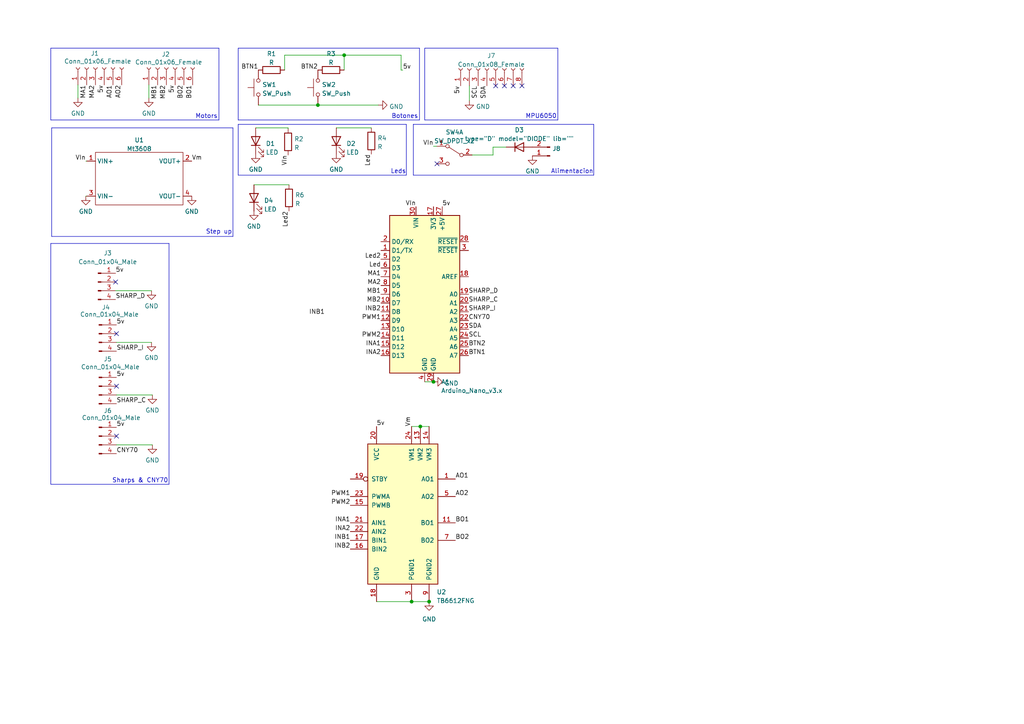
<source format=kicad_sch>
(kicad_sch (version 20230121) (generator eeschema)
  (paper "A4")
  (lib_symbols
    (symbol "Connector:Conn_01x02_Male" (pin_names (offset 1.016) hide)
      (property "Reference" "J" (at 0 2.54 0))
      (property "Value" "Conn_01x02_Male" (at 0 -5.08 0))
      (symbol "Conn_01x02_Male_1_1"
        (polyline (pts (xy 1.27 -2.54) (xy 0.8636 -2.54)) (stroke (width 0.1524)))
        (polyline (pts (xy 1.27 0) (xy 0.8636 0)) (stroke (width 0.1524)))
        (rectangle (start 0.8636 -2.413) (end 0 -2.667) (stroke (width 0.1524)) (fill (type outline)))
        (rectangle (start 0.8636 0.127) (end 0 -0.127) (stroke (width 0.1524)) (fill (type outline)))
        (pin passive line (at 5.08 0 180) (length 3.81) (name "Pin_1") (number "1"))
        (pin passive line (at 5.08 -2.54 180) (length 3.81) (name "Pin_2") (number "2"))
      )
    )
    (symbol "Connector:Conn_01x04_Male" (pin_names (offset 1.016) hide)
      (property "Reference" "J" (at 0 5.08 0))
      (property "Value" "Conn_01x04_Male" (at 0 -7.62 0))
      (symbol "Conn_01x04_Male_1_1"
        (polyline (pts (xy 1.27 -5.08) (xy 0.8636 -5.08)) (stroke (width 0.1524)))
        (polyline (pts (xy 1.27 -2.54) (xy 0.8636 -2.54)) (stroke (width 0.1524)))
        (polyline (pts (xy 1.27 0) (xy 0.8636 0)) (stroke (width 0.1524)))
        (polyline (pts (xy 1.27 2.54) (xy 0.8636 2.54)) (stroke (width 0.1524)))
        (rectangle (start 0.8636 -4.953) (end 0 -5.207) (stroke (width 0.1524)) (fill (type outline)))
        (rectangle (start 0.8636 -2.413) (end 0 -2.667) (stroke (width 0.1524)) (fill (type outline)))
        (rectangle (start 0.8636 0.127) (end 0 -0.127) (stroke (width 0.1524)) (fill (type outline)))
        (rectangle (start 0.8636 2.667) (end 0 2.413) (stroke (width 0.1524)) (fill (type outline)))
        (pin passive line (at 5.08 2.54 180) (length 3.81) (name "Pin_1") (number "1"))
        (pin passive line (at 5.08 0 180) (length 3.81) (name "Pin_2") (number "2"))
        (pin passive line (at 5.08 -2.54 180) (length 3.81) (name "Pin_3") (number "3"))
        (pin passive line (at 5.08 -5.08 180) (length 3.81) (name "Pin_4") (number "4"))
      )
    )
    (symbol "Connector:Conn_01x06_Female" (pin_names (offset 1.016) hide)
      (property "Reference" "J" (at 0 7.62 0))
      (property "Value" "Conn_01x06_Female" (at 0 -10.16 0))
      (symbol "Conn_01x06_Female_1_1"
        (arc (start 0 -7.112) (mid -0.5058 -7.62) (end 0 -8.128) (stroke (width 0.1524)))
        (arc (start 0 -4.572) (mid -0.5058 -5.08) (end 0 -5.588) (stroke (width 0.1524)))
        (arc (start 0 -2.032) (mid -0.5058 -2.54) (end 0 -3.048) (stroke (width 0.1524)))
        (polyline (pts (xy -1.27 -7.62) (xy -0.508 -7.62)) (stroke (width 0.1524)))
        (polyline (pts (xy -1.27 -5.08) (xy -0.508 -5.08)) (stroke (width 0.1524)))
        (polyline (pts (xy -1.27 -2.54) (xy -0.508 -2.54)) (stroke (width 0.1524)))
        (polyline (pts (xy -1.27 0) (xy -0.508 0)) (stroke (width 0.1524)))
        (polyline (pts (xy -1.27 2.54) (xy -0.508 2.54)) (stroke (width 0.1524)))
        (polyline (pts (xy -1.27 5.08) (xy -0.508 5.08)) (stroke (width 0.1524)))
        (arc (start 0 0.508) (mid -0.5058 0) (end 0 -0.508) (stroke (width 0.1524)))
        (arc (start 0 3.048) (mid -0.5058 2.54) (end 0 2.032) (stroke (width 0.1524)))
        (arc (start 0 5.588) (mid -0.5058 5.08) (end 0 4.572) (stroke (width 0.1524)))
        (pin passive line (at -5.08 5.08 0) (length 3.81) (name "Pin_1") (number "1"))
        (pin passive line (at -5.08 2.54 0) (length 3.81) (name "Pin_2") (number "2"))
        (pin passive line (at -5.08 0 0) (length 3.81) (name "Pin_3") (number "3"))
        (pin passive line (at -5.08 -2.54 0) (length 3.81) (name "Pin_4") (number "4"))
        (pin passive line (at -5.08 -5.08 0) (length 3.81) (name "Pin_5") (number "5"))
        (pin passive line (at -5.08 -7.62 0) (length 3.81) (name "Pin_6") (number "6"))
      )
    )
    (symbol "Connector:Conn_01x08_Female" (pin_names (offset 1.016) hide)
      (property "Reference" "J" (at 0 10.16 0))
      (property "Value" "Conn_01x08_Female" (at 0 -12.7 0))
      (symbol "Conn_01x08_Female_1_1"
        (arc (start 0 -9.652) (mid -0.5058 -10.16) (end 0 -10.668) (stroke (width 0.1524)))
        (arc (start 0 -7.112) (mid -0.5058 -7.62) (end 0 -8.128) (stroke (width 0.1524)))
        (arc (start 0 -4.572) (mid -0.5058 -5.08) (end 0 -5.588) (stroke (width 0.1524)))
        (arc (start 0 -2.032) (mid -0.5058 -2.54) (end 0 -3.048) (stroke (width 0.1524)))
        (polyline (pts (xy -1.27 -10.16) (xy -0.508 -10.16)) (stroke (width 0.1524)))
        (polyline (pts (xy -1.27 -7.62) (xy -0.508 -7.62)) (stroke (width 0.1524)))
        (polyline (pts (xy -1.27 -5.08) (xy -0.508 -5.08)) (stroke (width 0.1524)))
        (polyline (pts (xy -1.27 -2.54) (xy -0.508 -2.54)) (stroke (width 0.1524)))
        (polyline (pts (xy -1.27 0) (xy -0.508 0)) (stroke (width 0.1524)))
        (polyline (pts (xy -1.27 2.54) (xy -0.508 2.54)) (stroke (width 0.1524)))
        (polyline (pts (xy -1.27 5.08) (xy -0.508 5.08)) (stroke (width 0.1524)))
        (polyline (pts (xy -1.27 7.62) (xy -0.508 7.62)) (stroke (width 0.1524)))
        (arc (start 0 0.508) (mid -0.5058 0) (end 0 -0.508) (stroke (width 0.1524)))
        (arc (start 0 3.048) (mid -0.5058 2.54) (end 0 2.032) (stroke (width 0.1524)))
        (arc (start 0 5.588) (mid -0.5058 5.08) (end 0 4.572) (stroke (width 0.1524)))
        (arc (start 0 8.128) (mid -0.5058 7.62) (end 0 7.112) (stroke (width 0.1524)))
        (pin passive line (at -5.08 7.62 0) (length 3.81) (name "Pin_1") (number "1"))
        (pin passive line (at -5.08 5.08 0) (length 3.81) (name "Pin_2") (number "2"))
        (pin passive line (at -5.08 2.54 0) (length 3.81) (name "Pin_3") (number "3"))
        (pin passive line (at -5.08 0 0) (length 3.81) (name "Pin_4") (number "4"))
        (pin passive line (at -5.08 -2.54 0) (length 3.81) (name "Pin_5") (number "5"))
        (pin passive line (at -5.08 -5.08 0) (length 3.81) (name "Pin_6") (number "6"))
        (pin passive line (at -5.08 -7.62 0) (length 3.81) (name "Pin_7") (number "7"))
        (pin passive line (at -5.08 -10.16 0) (length 3.81) (name "Pin_8") (number "8"))
      )
    )
    (symbol "Device:LED" (pin_numbers hide) (pin_names (offset 1.016) hide)
      (property "Reference" "D" (at 0 2.54 0))
      (property "Value" "LED" (at 0 -2.54 0))
      (symbol "LED_0_1"
        (polyline (pts (xy -1.27 -1.27) (xy -1.27 1.27)) (stroke (width 0.254)))
        (polyline (pts (xy -1.27 0) (xy 1.27 0)))
        (polyline (pts (xy 1.27 -1.27) (xy 1.27 1.27) (xy -1.27 0) (xy 1.27 -1.27)) (stroke (width 0.254)))
        (polyline (pts (xy -3.048 -0.762) (xy -4.572 -2.286) (xy -3.81 -2.286) (xy -4.572 -2.286) (xy -4.572 -1.524)))
        (polyline (pts (xy -1.778 -0.762) (xy -3.302 -2.286) (xy -2.54 -2.286) (xy -3.302 -2.286) (xy -3.302 -1.524)))
      )
      (symbol "LED_1_1"
        (pin passive line (at -3.81 0 0) (length 2.54) (name "K") (number "1"))
        (pin passive line (at 3.81 0 180) (length 2.54) (name "A") (number "2"))
      )
    )
    (symbol "Device:R" (pin_numbers hide) (pin_names (offset 0))
      (property "Reference" "R" (at 2.032 0 90))
      (property "Value" "R" (at 0 0 90))
      (symbol "R_0_1"
        (rectangle (start -1.016 -2.54) (end 1.016 2.54) (stroke (width 0.254)))
      )
      (symbol "R_1_1"
        (pin passive line (at 0 3.81 270) (length 1.27) (name "~") (number "1"))
        (pin passive line (at 0 -3.81 90) (length 1.27) (name "~") (number "2"))
      )
    )
    (symbol "Driver_Motor:TB6612FNG" (pin_names (offset 1.016))
      (property "Reference" "U" (at 11.43 17.78 0))
      (property "Value" "TB6612FNG" (at 11.43 15.24 0))
      (symbol "TB6612FNG_0_1"
        (rectangle (start -10.16 20.32) (end 10.16 -20.32) (stroke (width 0.254)) (fill (type background)))
      )
      (symbol "TB6612FNG_1_1"
        (pin output line (at 15.24 10.16 180) (length 5.08) (name "AO1") (number "1"))
        (pin passive line (at 7.62 -25.4 90) (length 5.08) hide (name "PGND2") (number "10"))
        (pin output line (at 15.24 -2.54 180) (length 5.08) (name "BO1") (number "11"))
        (pin passive line (at 15.24 -2.54 180) (length 5.08) hide (name "BO1") (number "12"))
        (pin power_in line (at 5.08 25.4 270) (length 5.08) (name "VM2") (number "13"))
        (pin power_in line (at 7.62 25.4 270) (length 5.08) (name "VM3") (number "14"))
        (pin input line (at -15.24 2.54 0) (length 5.08) (name "PWMB") (number "15"))
        (pin input line (at -15.24 -10.16 0) (length 5.08) (name "BIN2") (number "16"))
        (pin input line (at -15.24 -7.62 0) (length 5.08) (name "BIN1") (number "17"))
        (pin power_in line (at -7.62 -25.4 90) (length 5.08) (name "GND") (number "18"))
        (pin input inverted (at -15.24 10.16 0) (length 5.08) (name "STBY") (number "19"))
        (pin passive line (at 15.24 10.16 180) (length 5.08) hide (name "AO1") (number "2"))
        (pin power_in line (at -7.62 25.4 270) (length 5.08) (name "VCC") (number "20"))
        (pin input line (at -15.24 -2.54 0) (length 5.08) (name "AIN1") (number "21"))
        (pin input line (at -15.24 -5.08 0) (length 5.08) (name "AIN2") (number "22"))
        (pin input line (at -15.24 5.08 0) (length 5.08) (name "PWMA") (number "23"))
        (pin power_in line (at 2.54 25.4 270) (length 5.08) (name "VM1") (number "24"))
        (pin power_in line (at 2.54 -25.4 90) (length 5.08) (name "PGND1") (number "3"))
        (pin passive line (at 2.54 -25.4 90) (length 5.08) hide (name "PGND1") (number "4"))
        (pin output line (at 15.24 5.08 180) (length 5.08) (name "AO2") (number "5"))
        (pin passive line (at 15.24 5.08 180) (length 5.08) hide (name "AO2") (number "6"))
        (pin output line (at 15.24 -7.62 180) (length 5.08) (name "BO2") (number "7"))
        (pin passive line (at 15.24 -7.62 180) (length 5.08) hide (name "BO2") (number "8"))
        (pin power_in line (at 7.62 -25.4 90) (length 5.08) (name "PGND2") (number "9"))
      )
    )
    (symbol "MCU_Module:Arduino_Nano_v3.x"
      (property "Reference" "A" (at -10.16 23.495 0))
      (property "Value" "Arduino_Nano_v3.x" (at 5.08 -24.13 0))
      (symbol "Arduino_Nano_v3.x_0_1"
        (rectangle (start -10.16 22.86) (end 10.16 -22.86) (stroke (width 0.254)) (fill (type background)))
      )
      (symbol "Arduino_Nano_v3.x_1_1"
        (pin bidirectional line (at -12.7 12.7 0) (length 2.54) (name "D1/TX") (number "1"))
        (pin bidirectional line (at -12.7 -2.54 0) (length 2.54) (name "D7") (number "10"))
        (pin bidirectional line (at -12.7 -5.08 0) (length 2.54) (name "D8") (number "11"))
        (pin bidirectional line (at -12.7 -7.62 0) (length 2.54) (name "D9") (number "12"))
        (pin bidirectional line (at -12.7 -10.16 0) (length 2.54) (name "D10") (number "13"))
        (pin bidirectional line (at -12.7 -12.7 0) (length 2.54) (name "D11") (number "14"))
        (pin bidirectional line (at -12.7 -15.24 0) (length 2.54) (name "D12") (number "15"))
        (pin bidirectional line (at -12.7 -17.78 0) (length 2.54) (name "D13") (number "16"))
        (pin power_out line (at 2.54 25.4 270) (length 2.54) (name "3V3") (number "17"))
        (pin input line (at 12.7 5.08 180) (length 2.54) (name "AREF") (number "18"))
        (pin bidirectional line (at 12.7 0 180) (length 2.54) (name "A0") (number "19"))
        (pin bidirectional line (at -12.7 15.24 0) (length 2.54) (name "D0/RX") (number "2"))
        (pin bidirectional line (at 12.7 -2.54 180) (length 2.54) (name "A1") (number "20"))
        (pin bidirectional line (at 12.7 -5.08 180) (length 2.54) (name "A2") (number "21"))
        (pin bidirectional line (at 12.7 -7.62 180) (length 2.54) (name "A3") (number "22"))
        (pin bidirectional line (at 12.7 -10.16 180) (length 2.54) (name "A4") (number "23"))
        (pin bidirectional line (at 12.7 -12.7 180) (length 2.54) (name "A5") (number "24"))
        (pin bidirectional line (at 12.7 -15.24 180) (length 2.54) (name "A6") (number "25"))
        (pin bidirectional line (at 12.7 -17.78 180) (length 2.54) (name "A7") (number "26"))
        (pin power_out line (at 5.08 25.4 270) (length 2.54) (name "+5V") (number "27"))
        (pin input line (at 12.7 15.24 180) (length 2.54) (name "~{RESET}") (number "28"))
        (pin power_in line (at 2.54 -25.4 90) (length 2.54) (name "GND") (number "29"))
        (pin input line (at 12.7 12.7 180) (length 2.54) (name "~{RESET}") (number "3"))
        (pin power_in line (at -2.54 25.4 270) (length 2.54) (name "VIN") (number "30"))
        (pin power_in line (at 0 -25.4 90) (length 2.54) (name "GND") (number "4"))
        (pin bidirectional line (at -12.7 10.16 0) (length 2.54) (name "D2") (number "5"))
        (pin bidirectional line (at -12.7 7.62 0) (length 2.54) (name "D3") (number "6"))
        (pin bidirectional line (at -12.7 5.08 0) (length 2.54) (name "D4") (number "7"))
        (pin bidirectional line (at -12.7 2.54 0) (length 2.54) (name "D5") (number "8"))
        (pin bidirectional line (at -12.7 0 0) (length 2.54) (name "D6") (number "9"))
      )
    )
    (symbol "Simulation_SPICE:DIODE" (pin_numbers hide) (pin_names (offset 1.016) hide)
      (property "Reference" "D" (at 0 2.54 0))
      (property "Value" "DIODE" (at 0 -2.54 0))
      (symbol "DIODE_0_1"
        (polyline (pts (xy 1.27 0) (xy -1.27 0)))
        (polyline (pts (xy 1.27 1.27) (xy 1.27 -1.27)) (stroke (width 0.254)))
        (polyline (pts (xy -1.27 -1.27) (xy -1.27 1.27) (xy 1.27 0) (xy -1.27 -1.27)) (stroke (width 0.254)))
      )
      (symbol "DIODE_1_1"
        (pin passive line (at -3.81 0 0) (length 2.54) (name "A") (number "1"))
        (pin passive line (at 3.81 0 180) (length 2.54) (name "K") (number "2"))
      )
    )
    (symbol "Switch:SW_DPDT_x2" (pin_names (offset 0) hide)
      (property "Reference" "SW" (at 0 4.318 0))
      (property "Value" "SW_DPDT_x2" (at 0 -5.08 0))
      (symbol "SW_DPDT_x2_0_0"
        (circle (center -2.032 0) (radius 0.508))
        (circle (center 2.032 -2.54) (radius 0.508))
      )
      (symbol "SW_DPDT_x2_0_1"
        (polyline (pts (xy -1.524 0.254) (xy 1.651 2.286)))
        (circle (center 2.032 2.54) (radius 0.508))
      )
      (symbol "SW_DPDT_x2_1_1"
        (pin passive line (at 5.08 2.54 180) (length 2.54) (name "A") (number "1"))
        (pin passive line (at -5.08 0 0) (length 2.54) (name "B") (number "2"))
        (pin passive line (at 5.08 -2.54 180) (length 2.54) (name "C") (number "3"))
      )
      (symbol "SW_DPDT_x2_2_1"
        (pin passive line (at 5.08 2.54 180) (length 2.54) (name "A") (number "4"))
        (pin passive line (at -5.08 0 0) (length 2.54) (name "B") (number "5"))
        (pin passive line (at 5.08 -2.54 180) (length 2.54) (name "C") (number "6"))
      )
    )
    (symbol "Switch:SW_Push" (pin_numbers hide) (pin_names (offset 1.016) hide)
      (property "Reference" "SW" (at 1.27 2.54 0))
      (property "Value" "SW_Push" (at 0 -1.524 0))
      (symbol "SW_Push_0_1"
        (circle (center -2.032 0) (radius 0.508))
        (polyline (pts (xy 0 1.27) (xy 0 3.048)))
        (polyline (pts (xy 2.54 1.27) (xy -2.54 1.27)))
        (circle (center 2.032 0) (radius 0.508))
        (pin passive line (at -5.08 0 0) (length 2.54) (name "1") (number "1"))
        (pin passive line (at 5.08 0 180) (length 2.54) (name "2") (number "2"))
      )
    )
    (symbol "power:GND" (power) (pin_names (offset 0))
      (property "Value" "GND" (at 0 -3.81 0))
      (symbol "GND_0_1"
        (polyline (pts (xy 0 0) (xy 0 -1.27) (xy 1.27 -1.27) (xy 0 -2.54) (xy -1.27 -1.27) (xy 0 -1.27)))
      )
      (symbol "GND_1_1"
        (pin power_in line (at 0 0 270) (length 0) hide (name "GND") (number "1"))
      )
    )
    (symbol "propios:Mt3608"
      (property "Reference" "U" (at 0 0 0))
      (property "Value" "Mt3608" (at 0 0 0))
      (symbol "Mt3608_0_1"
        (rectangle (start -12.7 -2.54) (end 12.7 -17.78))
      )
      (symbol "Mt3608_1_1"
        (pin input line (at -15.24 -5.08 0) (length 2.54) (name "VIN+") (number "1"))
        (pin input line (at 15.24 -5.08 180) (length 2.54) (name "VOUT+") (number "2"))
        (pin input line (at -15.24 -15.24 0) (length 2.54) (name "VIN-") (number "3"))
        (pin input line (at 15.24 -15.24 180) (length 2.54) (name "VOUT-") (number "4"))
      )
    )
  )
  (junction (at 125.73 110.744))
  (junction (at 121.92 123.698))
  (junction (at 92.202 30.48))
  (junction (at 124.46 174.498))
  (junction (at 119.38 174.498))
  (junction (at 99.822 16.002))
  (no_connect (at 33.528 81.788))
  (no_connect (at 143.764 24.892))
  (no_connect (at 33.782 96.774))
  (no_connect (at 126.746 47.498))
  (no_connect (at 151.384 24.892))
  (no_connect (at 146.304 24.892))
  (no_connect (at 33.782 126.492))
  (no_connect (at 33.782 112.014))
  (no_connect (at 148.844 24.892))
  (wire (pts (xy 99.822 16.002) (xy 116.332 16.002)))
  (polyline (pts (xy 172.212 36.068) (xy 119.888 36.068)))
  (polyline (pts (xy 67.564 68.58) (xy 14.986 68.58)))
  (polyline (pts (xy 121.666 13.97) (xy 121.666 34.798)))
  (wire (pts (xy 44.196 129.032) (xy 33.782 129.032)))
  (wire (pts (xy 99.822 20.32) (xy 99.822 16.002)))
  (wire (pts (xy 24.892 56.896) (xy 25.146 56.896)))
  (wire (pts (xy 82.55 16.002) (xy 99.822 16.002)))
  (wire (pts (xy 44.196 114.554) (xy 33.782 114.554)))
  (polyline (pts (xy 69.088 36.068) (xy 117.856 36.068)))
  (wire (pts (xy 24.892 46.736) (xy 25.146 46.736)))
  (wire (pts (xy 116.84 20.32) (xy 116.332 20.32)))
  (wire (pts (xy 119.38 123.698) (xy 121.92 123.698)))
  (wire (pts (xy 123.19 110.744) (xy 125.73 110.744)))
  (polyline (pts (xy 49.022 70.612) (xy 14.732 70.612)))
  (polyline (pts (xy 69.088 13.97) (xy 121.666 13.97)))
  (polyline (pts (xy 123.19 34.798) (xy 161.798 34.798)))
  (wire (pts (xy 125.73 42.418) (xy 126.746 42.418)))
  (polyline (pts (xy 69.088 50.8) (xy 69.088 36.068)))
  (polyline (pts (xy 119.888 36.068) (xy 119.888 36.068)))
  (wire (pts (xy 97.536 37.084) (xy 107.696 37.084)))
  (polyline (pts (xy 172.212 50.8) (xy 172.212 36.068)))
  (wire (pts (xy 109.22 174.498) (xy 119.38 174.498)))
  (wire (pts (xy 73.66 53.594) (xy 83.82 53.594)))
  (polyline (pts (xy 14.986 37.084) (xy 67.564 37.084)))
  (wire (pts (xy 143.002 44.958) (xy 136.906 44.958)))
  (wire (pts (xy 143.002 42.672) (xy 143.002 44.958)))
  (wire (pts (xy 22.606 28.448) (xy 22.606 24.638)))
  (polyline (pts (xy 121.666 34.798) (xy 69.088 34.798)))
  (polyline (pts (xy 14.732 140.462) (xy 49.022 140.462)))
  (wire (pts (xy 92.202 30.48) (xy 109.728 30.48)))
  (polyline (pts (xy 67.564 37.084) (xy 67.564 68.58)))
  (polyline (pts (xy 14.732 70.612) (xy 14.732 140.462)))
  (polyline (pts (xy 14.986 37.084) (xy 14.986 68.58)))
  (wire (pts (xy 83.566 37.084) (xy 83.566 37.338)))
  (polyline (pts (xy 14.732 13.97) (xy 14.732 34.798)))
  (polyline (pts (xy 161.798 13.97) (xy 161.798 34.798)))
  (polyline (pts (xy 69.088 34.798) (xy 69.088 13.97)))
  (polyline (pts (xy 123.19 34.798) (xy 123.19 13.97)))
  (wire (pts (xy 43.18 28.448) (xy 43.18 24.638)))
  (wire (pts (xy 136.144 29.21) (xy 136.144 24.892)))
  (wire (pts (xy 121.92 123.698) (xy 124.46 123.698)))
  (wire (pts (xy 74.93 30.48) (xy 92.202 30.48)))
  (polyline (pts (xy 119.888 36.068) (xy 119.888 50.8)))
  (polyline (pts (xy 119.888 50.8) (xy 172.212 50.8)))
  (polyline (pts (xy 117.856 50.8) (xy 69.088 50.8)))
  (polyline (pts (xy 63.5 13.97) (xy 63.5 34.798)))
  (wire (pts (xy 82.55 20.32) (xy 82.55 16.002)))
  (wire (pts (xy 43.942 84.328) (xy 33.528 84.328)))
  (polyline (pts (xy 49.022 140.462) (xy 49.022 70.612)))
  (polyline (pts (xy 117.856 36.068) (xy 117.856 50.8)))
  (wire (pts (xy 74.168 37.084) (xy 83.566 37.084)))
  (wire (pts (xy 116.332 16.002) (xy 116.332 20.32)))
  (polyline (pts (xy 14.732 13.97) (xy 63.5 13.97)))
  (wire (pts (xy 146.812 42.672) (xy 143.002 42.672)))
  (wire (pts (xy 119.38 174.498) (xy 124.46 174.498)))
  (polyline (pts (xy 123.19 13.97) (xy 161.798 13.97)))
  (wire (pts (xy 43.942 99.314) (xy 33.782 99.314)))
  (polyline (pts (xy 63.5 34.798) (xy 14.732 34.798)))
  (text "Sharps & CNY70" (at 32.512 140.208 0) (effects (font (size 1.27 1.27)) (justify left bottom)))
  (text "Motors\n" (at 56.642 34.544 0) (effects (font (size 1.27 1.27)) (justify left bottom)))
  (text "Leds" (at 113.284 50.546 0) (effects (font (size 1.27 1.27)) (justify left bottom)))
  (text "Alimentacion\n" (at 159.766 50.546 0) (effects (font (size 1.27 1.27)) (justify left bottom)))
  (text "Botones\n" (at 113.538 34.544 0) (effects (font (size 1.27 1.27)) (justify left bottom)))
  (text "MPU6050\n" (at 152.4 34.544 0) (effects (font (size 1.27 1.27)) (justify left bottom)))
  (text "Step up\n" (at 59.69 68.072 0) (effects (font (size 1.27 1.27)) (justify left bottom)))
  (label "BO1" (at 55.88 24.638 270))
  (label "5v" (at 33.782 109.474 0))
  (label "SDA" (at 135.89 95.504 0))
  (label "AO1" (at 32.766 24.638 270))
  (label "INA1" (at 101.6 151.638 180))
  (label "PWM1" (at 110.49 92.964 180))
  (label "INA1" (at 110.49 100.584 180))
  (label "SCL" (at 135.89 98.044 0))
  (label "SHARP_I" (at 33.782 101.854 0))
  (label "Led" (at 110.49 77.724 180))
  (label "INB1" (at 101.6 156.718 180))
  (label "SCL" (at 138.684 24.892 270))
  (label "VIn" (at 120.65 59.944 180))
  (label "5v" (at 109.22 123.698 0))
  (label "MB2" (at 48.26 24.638 270))
  (label "SHARP_C" (at 33.782 117.094 0))
  (label "AO2" (at 35.306 24.638 270))
  (label "INB1" (at 94.234 91.44 180))
  (label "5v" (at 133.604 24.892 270))
  (label "Led" (at 107.696 44.704 270))
  (label "BO1" (at 132.08 151.638 0))
  (label "MB1" (at 110.49 85.344 180))
  (label "AO1" (at 132.08 138.938 0))
  (label "Led2" (at 110.49 75.184 180))
  (label "SHARP_D" (at 33.528 86.868 0))
  (label "INA2" (at 101.6 154.178 180))
  (label "Vm" (at 119.38 123.698 90))
  (label "MA2" (at 27.686 24.638 270))
  (label "INB2" (at 101.6 159.258 180))
  (label "BTN1" (at 74.93 20.32 180))
  (label "SDA" (at 141.224 24.892 270))
  (label "MA2" (at 110.49 82.804 180))
  (label "SHARP_D" (at 135.89 85.344 0))
  (label "BO2" (at 53.34 24.638 270))
  (label "MB1" (at 45.72 24.638 270))
  (label "AO2" (at 132.08 144.018 0))
  (label "MB2" (at 110.49 87.884 180))
  (label "BTN2" (at 135.89 100.584 0))
  (label "PWM2" (at 101.6 146.558 180))
  (label "5v" (at 30.226 24.638 270))
  (label "VIn" (at 125.73 42.418 180))
  (label "VIn" (at 24.892 46.736 180))
  (label "5v" (at 50.8 24.638 270))
  (label "SHARP_C" (at 135.89 87.884 0))
  (label "Vm" (at 55.626 46.736 0))
  (label "PWM2" (at 110.49 98.044 180))
  (label "Led2" (at 83.82 61.214 270))
  (label "5v" (at 33.782 94.234 0))
  (label "5v" (at 33.782 123.952 0))
  (label "VIn" (at 83.566 44.958 270))
  (label "PWM1" (at 101.6 144.018 180))
  (label "MA1" (at 110.49 80.264 180))
  (label "BTN1" (at 135.89 103.124 0))
  (label "CNY70" (at 33.782 131.572 0))
  (label "INA2" (at 110.49 103.124 180))
  (label "CNY70" (at 135.89 92.964 0))
  (label "BO2" (at 132.08 156.718 0))
  (label "MA1" (at 25.146 24.638 270))
  (label "SHARP_I" (at 135.89 90.424 0))
  (label "BTN2" (at 92.202 20.32 180))
  (label "5v" (at 116.84 20.32 0))
  (label "5v" (at 128.27 59.944 0))
  (label "INB2" (at 110.49 90.424 180))
  (label "5v" (at 33.528 79.248 0))
  (symbol (lib_id "power:GND") (at 22.606 28.448 0) (unit 1)
    (property "Reference" "#PWR01" (effects hide))
    (property "Value" "GND" (at 22.606 32.8914 0))
  )
  (symbol (lib_id "power:GND") (at 73.66 61.214 0) (unit 1)
    (property "Reference" "#PWR014" (effects hide))
    (property "Value" "GND" (at 73.66 65.6574 0))
  )
  (symbol (lib_id "Connector:Conn_01x08_Female") (at 141.224 19.812 90) (unit 1)
    (property "Reference" "J7" (at 142.494 16.163 90))
    (property "Value" "Conn_01x08_Female" (at 142.494 18.6999 90))
    (property "Footprint" "Connector_PinSocket_2.54mm:PinSocket_1x08_P2.54mm_Vertical" (effects hide))
  )
  (symbol (lib_id "Connector:Conn_01x02_Male") (at 159.512 45.212 180) (unit 1)
    (property "Reference" "J8" (at 160.2232 43.1073 0) (effects (justify right)))
    (property "Value" "Conn_01x02_Male" (effects hide))
    (property "Footprint" "Connector_PinHeader_2.54mm:PinHeader_1x02_P2.54mm_Vertical" (effects hide))
  )
  (symbol (lib_id "Driver_Motor:TB6612FNG") (at 116.84 149.098 0) (unit 1)
    (property "Reference" "U2" (at 126.6541 171.704 0) (effects (justify left)))
    (property "Value" "TB6612FNG" (at 126.6541 174.244 0) (effects (justify left)))
    (property "Footprint" "Package_SO:SSOP-24_5.3x8.2mm_P0.65mm" (effects hide))
    (property "Datasheet" "https://toshiba.semicon-storage.com/us/product/linear/motordriver/detail.TB6612FNG.html" (effects hide))
  )
  (symbol (lib_id "power:GND") (at 154.432 45.212 0) (unit 1)
    (property "Reference" "#PWR013" (effects hide))
    (property "Value" "GND" (at 154.432 49.6554 0))
  )
  (symbol (lib_id "Connector:Conn_01x04_Male") (at 28.702 112.014 0) (unit 1)
    (property "Reference" "J5" (at 31.242 104.14 0))
    (property "Value" "Conn_01x04_Male" (at 32.004 106.426 0))
    (property "Footprint" "Connector_PinHeader_2.54mm:PinHeader_1x04_P2.54mm_Vertical" (effects hide))
  )
  (symbol (lib_id "Connector:Conn_01x06_Female") (at 48.26 19.558 90) (unit 1)
    (property "Reference" "J2" (at 49.276 15.748 90) (effects (justify left)))
    (property "Value" "Conn_01x06_Female" (at 58.674 18.034 90) (effects (justify left)))
    (property "Footprint" "Connector_PinHeader_2.54mm:PinHeader_1x06_P2.54mm_Vertical" (effects hide))
  )
  (symbol (lib_id "power:GND") (at 43.942 84.328 0) (unit 1)
    (property "Reference" "#PWR05" (effects hide))
    (property "Value" "GND" (at 43.942 88.7714 0))
  )
  (symbol (lib_id "Device:R") (at 96.012 20.32 270) (unit 1)
    (property "Reference" "R3" (at 96.012 15.6042 90))
    (property "Value" "R" (at 96.012 18.1411 90))
    (property "Footprint" "Resistor_THT:R_Axial_DIN0207_L6.3mm_D2.5mm_P10.16mm_Horizontal" (effects hide))
  )
  (symbol (lib_id "power:GND") (at 74.168 44.704 0) (unit 1)
    (property "Reference" "#PWR09" (effects hide))
    (property "Value" "GND" (at 74.168 49.1474 0))
  )
  (symbol (lib_id "Switch:SW_Push") (at 92.202 25.4 90) (unit 1)
    (property "Reference" "SW2" (at 93.345 24.5653 90) (effects (justify right)))
    (property "Value" "SW_Push" (at 93.345 27.1022 90) (effects (justify right)))
    (property "Footprint" "Button_Switch_THT:SW_PUSH_6mm" (effects hide))
  )
  (symbol (lib_id "Switch:SW_DPDT_x2") (at 131.826 44.958 0) (mirror y) (unit 1)
    (property "Reference" "SW4" (at 131.826 38.3372 0))
    (property "Value" "SW_DPDT_x2" (at 131.826 40.8741 0))
    (property "Footprint" "Button_Switch_THT:SW_Slide_1P2T_CK_OS102011MS2Q" (effects hide))
  )
  (symbol (lib_id "power:GND") (at 97.536 44.704 0) (unit 1)
    (property "Reference" "#PWR010" (effects hide))
    (property "Value" "GND" (at 97.536 49.1474 0))
  )
  (symbol (lib_id "power:GND") (at 43.942 99.314 0) (unit 1)
    (property "Reference" "#PWR06" (effects hide))
    (property "Value" "GND" (at 43.942 103.7574 0))
  )
  (symbol (lib_id "Device:LED") (at 97.536 40.894 90) (unit 1)
    (property "Reference" "D2" (at 100.457 41.6468 90) (effects (justify right)))
    (property "Value" "LED" (at 100.457 44.1837 90) (effects (justify right)))
    (property "Footprint" "LED_THT:LED_D3.0mm" (effects hide))
  )
  (symbol (lib_id "MCU_Module:Arduino_Nano_v3.x") (at 123.19 85.344 0) (unit 1)
    (property "Reference" "A1" (at 127.9241 110.744 0) (effects (justify left)))
    (property "Value" "Arduino_Nano_v3.x" (at 127.9241 113.284 0) (effects (justify left)))
    (property "Footprint" "Module:Arduino_Nano" (effects hide))
    (property "Datasheet" "http://www.mouser.com/pdfdocs/Gravitech_Arduino_Nano3_0.pdf" (effects hide))
  )
  (symbol (lib_id "Connector:Conn_01x04_Male") (at 28.448 81.788 0) (unit 1)
    (property "Reference" "J3" (at 31.242 73.406 0))
    (property "Value" "Conn_01x04_Male" (at 31.242 75.946 0))
    (property "Footprint" "Connector_PinHeader_2.54mm:PinHeader_1x04_P2.54mm_Vertical" (effects hide))
  )
  (symbol (lib_id "power:GND") (at 24.892 56.896 0) (unit 1)
    (property "Reference" "#PWR03" (effects hide))
    (property "Value" "GND" (at 24.892 61.3394 0))
  )
  (symbol (lib_id "power:GND") (at 125.73 110.744 90) (unit 1)
    (property "Reference" "#PWR018" (effects hide))
    (property "Value" "GND" (at 128.905 111.1778 90) (effects (justify right)))
  )
  (symbol (lib_id "Device:R") (at 107.696 40.894 0) (unit 1)
    (property "Reference" "R4" (at 109.474 40.0593 0) (effects (justify left)))
    (property "Value" "R" (at 109.474 42.5962 0) (effects (justify left)))
    (property "Footprint" "Resistor_THT:R_Axial_DIN0207_L6.3mm_D2.5mm_P10.16mm_Horizontal" (effects hide))
  )
  (symbol (lib_id "Simulation_SPICE:DIODE") (at 150.622 42.672 180) (unit 1)
    (property "Reference" "D3" (at 150.622 37.7022 0))
    (property "Value" "${SIM.PARAMS}" (at 150.622 40.2391 0))
    (property "Footprint" "Diode_THT:D_5W_P12.70mm_Horizontal" (effects hide))
    (property "Sim.Device" "SPICE" (effects hide))
    (property "Sim.Params" "type=\"D\" model=\"DIODE\" lib=\"\"" (effects hide))
    (property "Sim.Pins" "1=1 2=2" (effects hide))
  )
  (symbol (lib_id "power:GND") (at 43.18 28.448 0) (unit 1)
    (property "Reference" "#PWR02" (effects hide))
    (property "Value" "GND" (at 43.18 32.8914 0))
  )
  (symbol (lib_id "power:GND") (at 44.196 129.032 0) (unit 1)
    (property "Reference" "#PWR08" (effects hide))
    (property "Value" "GND" (at 44.196 133.4754 0))
  )
  (symbol (lib_id "Connector:Conn_01x06_Female") (at 27.686 19.558 90) (unit 1)
    (property "Reference" "J1" (at 28.702 15.494 90) (effects (justify left)))
    (property "Value" "Conn_01x06_Female" (at 38.1 17.78 90) (effects (justify left)))
    (property "Footprint" "Connector_PinHeader_2.54mm:PinHeader_1x06_P2.54mm_Vertical" (effects hide))
  )
  (symbol (lib_id "power:GND") (at 109.728 30.48 90) (unit 1)
    (property "Reference" "#PWR011" (effects hide))
    (property "Value" "GND" (at 112.903 30.9138 90) (effects (justify right)))
  )
  (symbol (lib_id "power:GND") (at 55.626 56.896 0) (unit 1)
    (property "Reference" "#PWR04" (effects hide))
    (property "Value" "GND" (at 55.626 61.3394 0))
  )
  (symbol (lib_id "power:GND") (at 44.196 114.554 0) (unit 1)
    (property "Reference" "#PWR07" (effects hide))
    (property "Value" "GND" (at 44.196 118.9974 0))
  )
  (symbol (lib_id "Device:R") (at 83.82 57.404 0) (unit 1)
    (property "Reference" "R6" (at 85.598 56.5693 0) (effects (justify left)))
    (property "Value" "R" (at 85.598 59.1062 0) (effects (justify left)))
    (property "Footprint" "Resistor_THT:R_Axial_DIN0207_L6.3mm_D2.5mm_P10.16mm_Horizontal" (effects hide))
  )
  (symbol (lib_id "Device:R") (at 83.566 41.148 0) (unit 1)
    (property "Reference" "R2" (at 85.344 40.3133 0) (effects (justify left)))
    (property "Value" "R" (at 85.344 42.8502 0) (effects (justify left)))
    (property "Footprint" "Resistor_THT:R_Axial_DIN0207_L6.3mm_D2.5mm_P10.16mm_Horizontal" (effects hide))
  )
  (symbol (lib_id "Connector:Conn_01x04_Male") (at 28.702 126.492 0) (unit 1)
    (property "Reference" "J6" (at 31.242 119.126 0))
    (property "Value" "Conn_01x04_Male" (at 32.258 121.158 0))
    (property "Footprint" "Connector_PinHeader_2.54mm:PinHeader_1x04_P2.54mm_Vertical" (effects hide))
  )
  (symbol (lib_id "Connector:Conn_01x04_Male") (at 28.702 96.774 0) (unit 1)
    (property "Reference" "J4" (at 30.734 89.154 0))
    (property "Value" "Conn_01x04_Male" (at 31.75 91.186 0))
    (property "Footprint" "Connector_PinHeader_2.54mm:PinHeader_1x04_P2.54mm_Vertical" (effects hide))
  )
  (symbol (lib_id "propios:Mt3608") (at 40.386 41.656 0) (unit 1)
    (property "Reference" "U1" (at 40.386 40.6232 0))
    (property "Value" "Mt3608" (at 40.386 43.1601 0))
    (property "Footprint" "propios:Sx1308" (effects hide))
  )
  (symbol (lib_id "Switch:SW_Push") (at 74.93 25.4 90) (unit 1)
    (property "Reference" "SW1" (at 76.073 24.5653 90) (effects (justify right)))
    (property "Value" "SW_Push" (at 76.073 27.1022 90) (effects (justify right)))
    (property "Footprint" "Button_Switch_THT:SW_PUSH_6mm" (effects hide))
  )
  (symbol (lib_id "Device:R") (at 78.74 20.32 90) (unit 1)
    (property "Reference" "R1" (at 78.74 15.6042 90))
    (property "Value" "R" (at 78.74 18.1411 90))
    (property "Footprint" "Resistor_THT:R_Axial_DIN0207_L6.3mm_D2.5mm_P10.16mm_Horizontal" (effects hide))
  )
  (symbol (lib_id "Device:LED") (at 73.66 57.404 90) (unit 1)
    (property "Reference" "D4" (at 76.581 58.1568 90) (effects (justify right)))
    (property "Value" "LED" (at 76.581 60.6937 90) (effects (justify right)))
    (property "Footprint" "LED_THT:LED_D3.0mm" (effects hide))
  )
  (symbol (lib_id "Device:LED") (at 74.168 40.894 90) (unit 1)
    (property "Reference" "D1" (at 77.089 41.6468 90) (effects (justify right)))
    (property "Value" "LED" (at 77.089 44.1837 90) (effects (justify right)))
    (property "Footprint" "LED_THT:LED_D3.0mm" (effects hide))
  )
  (symbol (lib_id "power:GND") (at 136.144 29.21 0) (unit 1)
    (property "Reference" "#PWR012" (effects hide))
    (property "Value" "GND" (at 138.049 30.9138 0) (effects (justify left)))
  )
  (symbol (lib_id "power:GND") (at 124.46 174.498 0) (unit 1)
    (property "Reference" "#PWR015" (effects hide))
    (property "Value" "GND" (at 124.46 179.578 0))
  )
)
</source>
